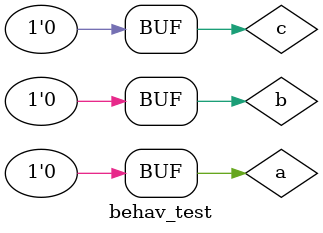
<source format=v>
`timescale 1ns / 1ps


module behav_test;

	// Inputs
	reg a;
	reg b;
	reg c;

	// Outputs
	wire [1:0] q;

	// Instantiate the Unit Under Test (UUT)
	behavioral uut (
		.a(a), 
		.b(b), 
		.c(c), 
		.q(q)
	);

	initial begin
		// Initialize Inputs
		a = 0;
		b = 0;
		c = 0;

		// Wait 100 ns for global reset to finish
		#100;
		a = 0;
		b = 0;
		c = 1;

		// Wait 100 ns for global reset to finish
		#100;
		a = 0;
		b = 1;
		c = 0;

		// Wait 100 ns for global reset to finish
		#100;
		a = 0;
		b = 1;
		c = 1;

		// Wait 100 ns for global reset to finish
		#100;
		a = 1;
		b = 0;
		c = 0;

		// Wait 100 ns for global reset to finish
		#100;
		a = 1;
		b = 0;
		c = 1;

		// Wait 100 ns for global reset to finish
		#100;
		a = 1;
		b = 1;
		c = 0;

		// Wait 100 ns for global reset to finish
		#100;
		a = 1;
		b = 1;
		c = 1;

		// Wait 100 ns for global reset to finish
		#100;
		a = 0;
		b = 0;
		c = 0;

		// Add stimulus here

	end
      
endmodule


</source>
